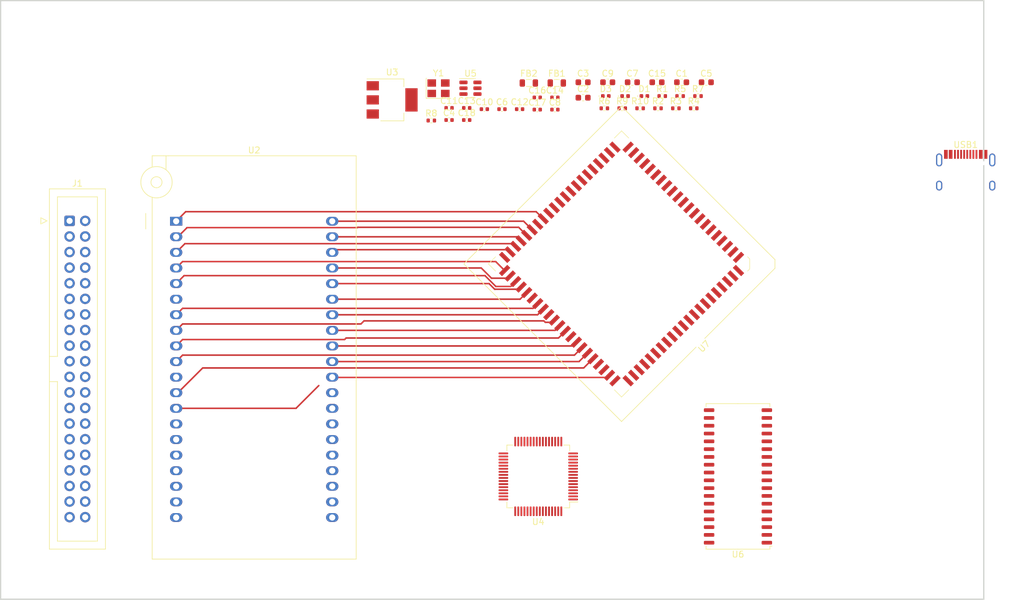
<source format=kicad_pcb>
(kicad_pcb (version 20211014) (generator pcbnew)

  (general
    (thickness 4.69)
  )

  (paper "A4")
  (layers
    (0 "F.Cu" signal)
    (1 "In1.Cu" signal)
    (2 "In2.Cu" signal)
    (31 "B.Cu" signal)
    (32 "B.Adhes" user "B.Adhesive")
    (33 "F.Adhes" user "F.Adhesive")
    (34 "B.Paste" user)
    (35 "F.Paste" user)
    (36 "B.SilkS" user "B.Silkscreen")
    (37 "F.SilkS" user "F.Silkscreen")
    (38 "B.Mask" user)
    (39 "F.Mask" user)
    (40 "Dwgs.User" user "User.Drawings")
    (41 "Cmts.User" user "User.Comments")
    (42 "Eco1.User" user "User.Eco1")
    (43 "Eco2.User" user "User.Eco2")
    (44 "Edge.Cuts" user)
    (45 "Margin" user)
    (46 "B.CrtYd" user "B.Courtyard")
    (47 "F.CrtYd" user "F.Courtyard")
    (48 "B.Fab" user)
    (49 "F.Fab" user)
    (50 "User.1" user)
    (51 "User.2" user)
    (52 "User.3" user)
    (53 "User.4" user)
    (54 "User.5" user)
    (55 "User.6" user)
    (56 "User.7" user)
    (57 "User.8" user)
    (58 "User.9" user)
  )

  (setup
    (stackup
      (layer "F.SilkS" (type "Top Silk Screen"))
      (layer "F.Paste" (type "Top Solder Paste"))
      (layer "F.Mask" (type "Top Solder Mask") (thickness 0.01))
      (layer "F.Cu" (type "copper") (thickness 0.035))
      (layer "dielectric 1" (type "core") (thickness 1.51) (material "FR4") (epsilon_r 4.5) (loss_tangent 0.02))
      (layer "In1.Cu" (type "copper") (thickness 0.035))
      (layer "dielectric 2" (type "prepreg") (thickness 1.51) (material "FR4") (epsilon_r 4.5) (loss_tangent 0.02))
      (layer "In2.Cu" (type "copper") (thickness 0.035))
      (layer "dielectric 3" (type "core") (thickness 1.51) (material "FR4") (epsilon_r 4.5) (loss_tangent 0.02))
      (layer "B.Cu" (type "copper") (thickness 0.035))
      (layer "B.Mask" (type "Bottom Solder Mask") (thickness 0.01))
      (layer "B.Paste" (type "Bottom Solder Paste"))
      (layer "B.SilkS" (type "Bottom Silk Screen"))
      (copper_finish "None")
      (dielectric_constraints no)
    )
    (pad_to_mask_clearance 0)
    (pcbplotparams
      (layerselection 0x00010fc_ffffffff)
      (disableapertmacros false)
      (usegerberextensions false)
      (usegerberattributes true)
      (usegerberadvancedattributes true)
      (creategerberjobfile true)
      (svguseinch false)
      (svgprecision 6)
      (excludeedgelayer true)
      (plotframeref false)
      (viasonmask false)
      (mode 1)
      (useauxorigin false)
      (hpglpennumber 1)
      (hpglpenspeed 20)
      (hpglpendiameter 15.000000)
      (dxfpolygonmode true)
      (dxfimperialunits true)
      (dxfusepcbnewfont true)
      (psnegative false)
      (psa4output false)
      (plotreference true)
      (plotvalue true)
      (plotinvisibletext false)
      (sketchpadsonfab false)
      (subtractmaskfromsilk false)
      (outputformat 1)
      (mirror false)
      (drillshape 1)
      (scaleselection 1)
      (outputdirectory "")
    )
  )

  (net 0 "")
  (net 1 "GND")
  (net 2 "+3V3")
  (net 3 "/OSCI")
  (net 4 "/OSCO")
  (net 5 "Net-(C7-Pad1)")
  (net 6 "Net-(C10-Pad1)")
  (net 7 "Net-(D1-Pad2)")
  (net 8 "/FT_nRXLED")
  (net 9 "Net-(D2-Pad2)")
  (net 10 "/FT_nTXLED")
  (net 11 "Net-(D3-Pad2)")
  (net 12 "Net-(R2-Pad1)")
  (net 13 "Net-(R3-Pad1)")
  (net 14 "/EE_CLK")
  (net 15 "Net-(R4-Pad1)")
  (net 16 "Net-(R5-Pad1)")
  (net 17 "Net-(R6-Pad1)")
  (net 18 "Net-(R7-Pad2)")
  (net 19 "Net-(R8-Pad2)")
  (net 20 "/A11")
  (net 21 "/A12")
  (net 22 "/A13")
  (net 23 "/A14")
  (net 24 "/A15")
  (net 25 "/A0")
  (net 26 "/A1")
  (net 27 "/A2")
  (net 28 "/A3")
  (net 29 "/A4")
  (net 30 "/A5")
  (net 31 "/A6")
  (net 32 "/A7")
  (net 33 "/A8")
  (net 34 "/A9")
  (net 35 "/A10")
  (net 36 "/D4")
  (net 37 "/D3")
  (net 38 "/D5")
  (net 39 "/D6")
  (net 40 "/D2")
  (net 41 "/D7")
  (net 42 "/D0")
  (net 43 "/D1")
  (net 44 "USB_DM")
  (net 45 "USB_DP")
  (net 46 "unconnected-(U4-Pad36)")
  (net 47 "unconnected-(U4-Pad48)")
  (net 48 "unconnected-(U4-Pad52)")
  (net 49 "unconnected-(U4-Pad53)")
  (net 50 "unconnected-(U4-Pad57)")
  (net 51 "unconnected-(U4-Pad58)")
  (net 52 "unconnected-(U4-Pad59)")
  (net 53 "unconnected-(U4-Pad60)")
  (net 54 "Net-(U5-Pad4)")
  (net 55 "Net-(F1-Pad2)")
  (net 56 "Net-(U5-Pad6)")
  (net 57 "unconnected-(U7-Pad14)")
  (net 58 "unconnected-(U7-Pad37)")
  (net 59 "+5V")
  (net 60 "/~{Z_CLK_1}")
  (net 61 "/~{Z_NMI_1}")
  (net 62 "/~{Z_MREQ_1}")
  (net 63 "/~{Z_BUSACK_1}")
  (net 64 "/~{Z_BUSRQ_1}")
  (net 65 "/~{Z_CLK_2}")
  (net 66 "/~{Z_NMI_2}")
  (net 67 "/~{Z_MREQ_2}")
  (net 68 "/~{Z_BUSACK_2}")
  (net 69 "/~{Z_BUSRQ_2}")
  (net 70 "/MD0")
  (net 71 "/MD1")
  (net 72 "/MD2")
  (net 73 "/MD3")
  (net 74 "unconnected-(U7-Pad62)")
  (net 75 "/MD4")
  (net 76 "/MD5")
  (net 77 "/MD6")
  (net 78 "/MD7")
  (net 79 "/A16")
  (net 80 "unconnected-(USB1-Pad3)")
  (net 81 "unconnected-(USB1-Pad9)")
  (net 82 "unconnected-(USB1-Pad13)")
  (net 83 "unconnected-(U7-Pad71)")
  (net 84 "/~{INT}")
  (net 85 "/~{HALT}")
  (net 86 "/~{IORQ}")
  (net 87 "/~{RD}")
  (net 88 "/~{WR}")
  (net 89 "/~{WAIT}")
  (net 90 "/~{RESET}")
  (net 91 "/~{M1}")
  (net 92 "/~{RFSH}")
  (net 93 "unconnected-(U7-Pad84)")
  (net 94 "unconnected-(U4-Pad54)")
  (net 95 "unconnected-(U4-Pad55)")
  (net 96 "unconnected-(U7-Pad81)")
  (net 97 "+1V8")
  (net 98 "unconnected-(U7-Pad1)")
  (net 99 "unconnected-(U7-Pad12)")
  (net 100 "unconnected-(U7-Pad23)")
  (net 101 "unconnected-(U7-Pad36)")
  (net 102 "/~{M_CE}")
  (net 103 "/~{M_WE}")
  (net 104 "/~{M_OE}")
  (net 105 "/EE_CS")
  (net 106 "/EE_DATA")

  (footprint "Resistor_SMD:R_0402_1005Metric" (layer "F.Cu") (at 197.804 55.04))

  (footprint "Capacitor_SMD:C_0402_1005Metric" (layer "F.Cu") (at 157.984 54.98))

  (footprint "LED_SMD:LED_0402_1005Metric" (layer "F.Cu") (at 189.769 53.05))

  (footprint "Connector_IDC:IDC-Header_2x20_P2.54mm_Vertical" (layer "F.Cu") (at 96.225 73.375))

  (footprint "Capacitor_SMD:C_0603_1608Metric" (layer "F.Cu") (at 199.844 50.8))

  (footprint "Resistor_SMD:R_0402_1005Metric" (layer "F.Cu") (at 155.094 57.03))

  (footprint "Capacitor_SMD:C_0402_1005Metric" (layer "F.Cu") (at 157.984 56.95))

  (footprint "Package_TO_SOT_SMD:SOT-223-3_TabPin2" (layer "F.Cu") (at 148.714 53.67))

  (footprint "Capacitor_SMD:C_0402_1005Metric" (layer "F.Cu") (at 160.854 56.95))

  (footprint "Capacitor_SMD:C_0402_1005Metric" (layer "F.Cu") (at 172.334 53.28))

  (footprint "Capacitor_SMD:C_0603_1608Metric" (layer "F.Cu") (at 183.804 50.8))

  (footprint "Capacitor_SMD:C_0603_1608Metric" (layer "F.Cu") (at 187.814 50.8))

  (footprint "Inductor_SMD:L_0805_2012Metric" (layer "F.Cu") (at 175.514 50.92))

  (footprint "Resistor_SMD:R_0402_1005Metric" (layer "F.Cu") (at 191.984 55.04))

  (footprint "Package_SO:SOJ-36_10.16x23.49mm_P1.27mm" (layer "F.Cu") (at 205 115 180))

  (footprint "Package_QFP:LQFP-64_10x10mm_P0.5mm" (layer "F.Cu") (at 172.5 115 180))

  (footprint "Capacitor_SMD:C_0402_1005Metric" (layer "F.Cu") (at 169.464 55.18))

  (footprint "Capacitor_SMD:C_0402_1005Metric" (layer "F.Cu") (at 166.594 55.18))

  (footprint "Socket:DIP_Socket-40_W22.1_W22.86_W25.4_W27.94_W28.7_3M_240-3639-00-0602J" (layer "F.Cu") (at 113.569 73.43))

  (footprint "LED_SMD:LED_0402_1005Metric" (layer "F.Cu") (at 183.489 53.05))

  (footprint "Capacitor_SMD:C_0402_1005Metric" (layer "F.Cu") (at 163.724 55.18))

  (footprint "Inductor_SMD:L_0805_2012Metric" (layer "F.Cu") (at 170.964 50.92))

  (footprint "Resistor_SMD:R_0402_1005Metric" (layer "F.Cu") (at 192.674 53.05))

  (footprint "Capacitor_SMD:C_0402_1005Metric" (layer "F.Cu") (at 172.334 55.25))

  (footprint "Package_TO_SOT_SMD:SOT-23-6" (layer "F.Cu") (at 161.464 51.77))

  (footprint "Capacitor_SMD:C_0402_1005Metric" (layer "F.Cu") (at 160.854 54.98))

  (footprint "LED_SMD:LED_0402_1005Metric" (layer "F.Cu") (at 186.629 53.05))

  (footprint "Resistor_SMD:R_0402_1005Metric" (layer "F.Cu") (at 195.584 53.05))

  (footprint "Resistor_SMD:R_0402_1005Metric" (layer "F.Cu") (at 189.074 55.04))

  (footprint "Capacitor_SMD:C_0402_1005Metric" (layer "F.Cu") (at 175.204 55.25))

  (footprint "Capacitor_SMD:C_0603_1608Metric" (layer "F.Cu") (at 191.824 50.8))

  (footprint "Resistor_SMD:R_0402_1005Metric" (layer "F.Cu") (at 194.894 55.04))

  (footprint "Resistor_SMD:R_0402_1005Metric" (layer "F.Cu") (at 198.494 53.05))

  (footprint "Capacitor_SMD:C_0402_1005Metric" (layer "F.Cu") (at 175.204 53.28))

  (footprint "Capacitor_SMD:C_0603_1608Metric" (layer "F.Cu") (at 195.834 50.8))

  (footprint "sm6uax:HRO-TYPE-C-31-M-12" (layer "F.Cu") (at 242.062 70.231))

  (footprint "Crystal:Crystal_SMD_3225-4Pin_3.2x2.5mm" (layer "F.Cu") (at 156.264 51.77))

  (footprint "Capacitor_SMD:C_0603_1608Metric" (layer "F.Cu") (at 179.794 53.31))

  (footprint "Resistor_SMD:R_0402_1005Metric" (layer "F.Cu") (at 186.164 55.04))

  (footprint "Resistor_SMD:R_0402_1005Metric" (layer "F.Cu") (at 183.254 55.04))

  (footprint "Package_LCC:PLCC-84_SMD-Socket" (layer "F.Cu")
    (tedit 5A02ECC8) (tstamp f6ce80ee-e3a4-4d9d-b646-26562b88ae95)
    (at 186.055 80.391 -135)
    (descr "PLCC, 84 pins, surface mount")
    (tags "plcc smt")
    (property "MANUFACTURER" "Microchip")
    (property "Sheetfile" "File: Z80ICE.kicad_sch")
    (property "Sheetname" "")
    (path "/d01cfa5a-bf72-4cdd-9fb9-741f9ede43bb")
    (attr smd)
    (fp_text reference "U7" (at 0 -19 45) (layer "F.SilkS")
      (effects (font (size 1 1) (thickness 0.15)))
      (tstamp c130dbdb-6dc0-42dc-a126-1c26347e64a6)
    )
    (fp_text value "ATF1508ASL-25AU100" (at 0 19 45) (layer "F.Fab")
      (effects (font (size 1 1) (thickness 0.15)))
      (tstamp f3dac156-513d-4787-bfd4-fa262255847b)
    )
    (fp_text user "${REFERENCE}" (at 0 0 45) (layer "F.Fab")
      (effects (font (size 1 1) (thickness 0.15)))
      (tstamp ca065f69-9b86-47f9-900f-f4a7bf93f754)
    )
    (fp_line (start -14.175 -15.325) (end -15.325 -14.175) (layer "F.SilkS") (width 0.1) (tstamp 00525909-08a1-4659-93db-9c6fc9c37c9f))
    (fp_line (start -15.325 -14.175) (end -15.325 -13.675) (layer "F.SilkS") (width 0.1) (tstamp 08ea24e1-e85f-4852-8705-38edbb3d8252))
    (fp_line (start 18.15 -18.15) (end 1 -18.15) (layer "F.SilkS") (width 0.12) (tstamp 126debea-4f0f-4684-ad03-132aea8ad2bd))
    (fp_line (start -1 -18.15) (end -17.15 -18.15) (layer "F.SilkS") (width 0.12) (tstamp 1c2733a0-b7c2-4c19-934b-fdc1605e9945))
    (fp_line (start 15.325 -15.325) (end 15.325 -13.675) (layer "F.SilkS") (width 0.1) (tstamp 53a523f1-7a8a-4d44-a7f5-03c5a657d8a4))
    (fp_line (start 13.675 -15.325) (end 15.325 -15.325) (layer "F.SilkS") (width 0.1) (tstamp 6cde9f8b-5853-4d88-8da5-154c9f6422dc))
    (fp_line (start -18.15 18.15) (end 18.15 18.15) (layer "F.SilkS") (width 0.12) (tstamp 8105732b-30d5-470f-b445-6d106e4cad68))
    (fp_line (start -13.675 -15.325) (end -14.175 -15.325) (layer "F.SilkS") (width 0.1) (tstamp 8274a9e4-0662-4322-aad0-82e111d029ed))
    (fp_line (start -13.675 15.325) (end -15.325 15.325) (layer "F.SilkS") (width 0.1) (tstamp 85c4ed3c-5ecf-4166-a0cf-2130938b044d))
    (fp_line (start -15.325 15.325) (end -15.325 13.675) (layer "F.SilkS") (width 0.1) (tstamp c1dbeb90-81b1-4041-a5da-f17134bfb426))
    (fp_line (start -18.15 -17.15) (end -18.15 18.15) (layer "F.SilkS") (width 0.12) (tstamp dcc5c27f-af94-4dc5-bb82-448200a8c51e))
    (fp_line (start 13.675 15.325) (end 15.325 15.325) (layer "F.SilkS") (width 0.1) (tstamp f3d2e238-3902-418d-ad62-2cdc4df70b28))
    (fp_line (start 18.15 18.15) (end 18.15 -18.15) (layer "F.SilkS") (width 0.12) (tstamp f7c4e0bd-02fa-4b1d-b646-818ce7a1ccf5))
    (fp_line (start -17.15 -18.15) (end -18.15 -17.15) (layer "F.SilkS") (width 0.12) (tstamp f873c2a5-6a9c-4a55-b040-3837b70c5d2d))
    (fp_line (start 15.325 15.325) (end 15.325 13.675) (layer "F.SilkS") (width 0.1) (tstamp f99cf172-76c0-470c-a494-2db2c278f13c))
    (fp_line (start 18.5 -18.5) (end -18.5 -18.5) (layer "F.CrtYd") (width 0.05) (tstamp 62227ac4-85e0-421a-9acc-e782dc78fdc9))
    (fp_line (start 18.5 18.5) (end 18.5 -18.5) (layer "F.CrtYd") (width 0.05) (tstamp 6fa6a631-35e3-4426-8e01-9916993dec77))
    (fp_line (start -18.5 18.5) (end 18.5 18.5) (layer "F.CrtYd") (width 0.05) (tstamp 7258f842-336f-48dd-81c1-ebf878ef9a3a))
    (fp_line (start -18.5 -18.5) (end -18.5 18.5) (layer "F.CrtYd") (width 0.05) (tstamp e44d75d6-a7b0-46e2-874d-8cb06d17846b))
    (fp_line (start -16.73 16.73) (end 16.73 16.73) (layer "F.Fab") (width 0.1) (tstamp 06555a6b-b2ac-464e-9909-140b44920d4f))
    (fp_line (start -18 18) (end 18 18) (layer "F.Fab") (width 0.1) (tstamp 0ac35abd-f6c7-454a-8d88-ebdb1307fec7))
    (fp_line (start -18 -17) (end -18 18) (layer "F.Fab") (width 0.1) (tstamp 336567ab-a14d-4094-a2ec-efe4548a06b1))
    (fp_line (start -15.175 -14.175) (end -15.175 15.175) (layer "F.Fab") (width 0.1) (tstamp 372261b5-3d41-410d-a104-f0edb75dafd9))
    (fp_line (start 16.73 16.73) (end 16.73 -16.73) (layer "F.Fab") (width 0.1) (tstamp 3fe4de9b-9061-4dad-a567-4ce231745b92))
    (fp_line (start 16.73 -16.73) (end -16.73 -16.73) (layer "F.Fab") (width 0.1) (tstamp 535814a8-ad73-468d-a1f3-4a85fc8130fc))
    (fp_line (start 15.175 -15.175) (end -14.175 -15.175) (layer "F.Fab") (width 0.1) (tstamp 53ce35db-3ae4-47ca-a765-822df74345f5))
    (fp_line (start -17 -18) (end -18 -17) (layer "F.Fab") (width 0.1) (tstamp 607ff64f-f9c9-4b2e-9b18-9bc70e109a46))
    (fp_line (start -0.5 -18) (end 0 -17) (layer "F.Fab") (width 0.1) (tstamp 7776d962-19d2-44ae-8198-168abe6e78f5))
    (fp_line (start -14.175 -15.175) (end -15.175 -14.175) (layer "F.Fab") (width 0.1) (tstamp 80edf9a1-24be-4321-bc4c-527a79f9a253))
    (fp_line (start 18 -18) (end -17 -18) (layer "F.Fab") (width 0.1) (tstamp 88e583ab-f422-465c-b8fa-44f4bf8ba910))
    (fp_line (start 18 18) (end 18 -18) (layer "F.Fab") (width 0.1) (tstamp acbf0ef0-f2a4-4397-b847-1942abc0e995))
    (fp_line (start 15.175 15.175) (end 15.175 -15.175) (layer "F.Fab") (width 0.1) (tstamp b540fb5d-2488-4adc-84c9-7a394584d16a))
    (fp_line (start -16.73 -16.73) (end -16.73 16.73) (layer "F.Fab") (width 0.1) (tstamp dfa6729b-30e0-45dc-a073-efefea1a3527))
    (fp_line (start -15.175 15.175) (end 15.175 15.175) (layer "F.Fab") (width 0.1) (tstamp e7440f7e-a7e5-4f8c-8ad9-0d429a3c1edd))
    (fp_line (start 0 -17) (end 0.5 -18) (layer "F.Fab") (width 0.1) (tstamp f37c88c1-5516-402c-995e-f38c635ae5ff))
    (pad "1" smd rect (at 0 -14.2125 225) (size 0.7 1.925) (layers "F.Cu" "F.Paste" "F.Mask")
      (net 98 "unconnected-(U7-Pad1)") (pinfunction "I/1/GCLR") (pintype "bidirectional") (tstamp af061e56-1bfc-48bb-a351-21f33ee18535))
    (pad "2" smd rect (at -1.27 -14.2125 225) (size 0.7 1.925) (layers "F.Cu" "F.Paste" "F.Mask")
      (net 65 "/~{Z_CLK_2}") (pinfunction "I/2/OE2/GCLK2") (pintype "bidirectional") (tstamp d0778dd8-f677-4d7e-9ce7-7e5cba57dff3))
    (pad "3" smd rect (at -2.54 -14.2125 225) (size 0.7 1.925) (layers "F.Cu" "F.Paste" "F.Mask")
      (net 59 "+5V") (pinfunction "VCCINT") (pintype "power_in") (tstamp 8ebfed92-5b06-4d88-a9b4-2abb3c6361c5))
    (pad "4" smd rect (at -3.81 -14.2125 225) (size 0.7 1.925) (layers "F.Cu" "F.Paste" "F.Mask")
      (net 60 "/~{Z_CLK_1}") (pinfunction "I/O/4") (pintype "bidirectional") (tstamp 6dbc645d-faa6-46fb-bc08-3aaa0ab54088))
    (pad "5" smd rect (at -5.08 -14.2125 225) (size 0.7 1.925) (layers "F.Cu" "F.Paste" "F.Mask")
      (net 61 "/~{Z_NMI_1}") (pinfunction "I/O/5") (pintype "bidirectional") (tstamp e77e3af2-396b-4bb6-8ad4-bd1de0c89a5b))
    (pad "6" smd rect (at -6.35 -14.2125 225) (size 0.7 1.925) (layers "F.Cu" "F.Paste" "F.Mask")
      (net 91 "/~{M1}") (pinfunction "I/O/6") (pintype "bidirectional") (tstamp 0982b255-f6db-4d70-ae9d-ae96b456c465))
    (pad "7" smd rect (at -7.62 -14.2125 225) (size 0.7 1.925) (layers "F.Cu" "F.Paste" "F.Mask")
      (net 1 "GND") (pinfunction "GND") (pintype "power_in") (tstamp 63a0d6a6-6848-4506-95ed-be6345d26c74))
    (pad "8" smd rect (at -8.89 -14.2125 225) (size 0.7 1.925) (layers "F.Cu" "F.Paste" "F.Mask")
      (net 92 "/~{RFSH}") (pinfunction "I/O/8") (pintype "bidirectional") (tstamp e492fa6e-c25f-429f-ad06-2549384c07a0))
    (pad "9" smd rect (at -10.16 -14.2125 225) (size 0.7 1.925) (layers "F.Cu" "F.Paste" "F.Mask")
      (net 89 "/~{WAIT}") (pinfunction "I/O/9") (pintype "bidirectional") (tstamp 1e3178bc-a52a-4e22-adb3-169abb8f149b))
    (pad "10" smd rect (at -11.43 -14.2125 225) (size 0.7 1.925) (layers "F.Cu" "F.Paste" "F.Mask")
      (net 85 "/~{HALT}") (pinfunction "I/O/10") (pintype "bidirectional") (tstamp d0cb7085-39e3-4c19-b75b-08b41ad5fe04))
    (pad "11" smd rect (at -12.7 -14.2125 225) (size 0.7 1.925) (layers "F.Cu" "F.Paste" "F.Mask")
      (net 87 "/~{RD}") (pinfunction "I/O/11") (pintype "bidirectional") (tstamp afed2ab1-5a3d-405b-8601-0656d90fb56a))
    (pad "12" smd rect (at -14.2125 -12.7 225) (size 1.925 0.7) (layers "F.Cu" "F.Paste" "F.Mask")
      (net 99 "unconnected-(U7-Pad12)") (pinfunction "I/O/12/PD1") (pintype "bidirectional") (tstamp 2fbd7805-5469-4a21-a44b-f5b145f07f5c))
    (pad "13" smd rect (at -14.2125 -11.43 225) (size 1.925 0.7) (layers "F.Cu" "F.Paste" "F.Mask")
      (net 59 "+5V") (pinfunction "VCCIO") (pintype "power_in") (tstamp ebaa9eee-b484-4d97-93a6-41e3a2516847))
    (pad "14" smd rect (at -14.2125 -10.16 225) (size 1.925 0.7) (layers "F.Cu" "F.Paste" "F.Mask")
      (net 57 "unconnected-(U7-Pad14)") (pinfunction "I/O/14/TDI") (pintype "bidirectional") (tstamp 83fb191d-0ac7-4875-a573-e95de4beafaf))
    (pad "15" smd rect (at -14.2125 -8.89 225) (size 1.925 0.7) (layers "F.Cu" "F.Paste" "F.Mask")
      (net 90 "/~{RESET}") (pinfunction "I/O/15") (pintype "bidirectional") (tstamp a2187c4e-dc19-4c47-8281-4276d107df15))
    (pad "16" smd rect (at -14.2125 -7.62 225) (size 1.925 0.7) (layers "F.Cu" "F.Paste" "F.Mask")
      (net 62 "/~{Z_MREQ_1}") (pinfunction "I/O/16") (pintype "bidirectional") (tstamp 560ec3f4-cbff-410a-88eb-6635963bdb62))
    (pad "17" smd rect (at -14.2125 -6.35 225) (size 1.925 0.7) (layers "F.Cu" "F.Paste" "F.Mask")
      (net 63 "/~{Z_BUSACK_1}") (pinfunction "I/O/17") (pintype "bidirectional") (tstamp 56ba3e97-ecf6-45ac-946d-22b77ec38713))
    (pad "18" smd rect (at -14.2125 -5.08 225) (size 1.925 0.7) (layers "F.Cu" "F.Paste" "F.Mask")
      (net 66 "/~{Z_NMI_2}") (pinfunction "I/O/18") (pintype "bidirectional") (tstamp 0bbc182e-a53f-484b-902d-9562dd6ec97f))
    (pad "19" smd rect (at -14.2125 -3.81 225) (size 1.925 0.7) (layers "F.Cu" "F.Paste" "F.Mask")
      (net 1 "GND") (pinfunction "GND") (pintype "power_in") (tstamp 20087f07-cd80-4b70-afa2-ec205e3015c9))
    (pad "20" smd rect (at -14.2125 -2.54 225) (size 1.925 0.7) (layers "F.Cu" "F.Paste" "F.Mask")
      (net 84 "/~{INT}") (pinfunction "I/O/20") (pintype "bidirectional") (tstamp bd187dfc-4055-4249-8bf0-a86081fefd77))
    (pad "21" smd rect (at -14.2125 -1.27 225) (size 1.925 0.7) (layers "F.Cu" "F.Paste" "F.Mask")
      (net 64 "/~{Z_BUSRQ_1}") (pinfunction "I/O/21") (pintype "bidirectional") (tstamp 21f26630-6b84-46c5-9734-48b53bfe9d69))
    (pad "22" smd rect (at -14.2125 0 225) (size 1.925 0.7) (layers "F.Cu" "F.Paste" "F.Mask")
      (net 88 "/~{WR}") (pinfunction "I/O/22") (pintype "bidirectional") (tstamp b9eed9a3-958b-4d7f-b43c-6ab6a0855c76))
    (pad "23" smd rect (at -14.2125 1.27 225) (size 1.925 0.7) (layers "F.Cu" "F.Paste" "F.Mask")
      (net 100 "unconnected-(U7-Pad23)") (pinfunction "I/O/23/TMS") (pintype "bidirectional") (tstamp 6611845b-5ae9-434c-8dbd-9cbd7b95bfbf))
    (pad "24" smd rect (at -14.2125 2.54 225) (size 1.925 0.7) (layers "F.Cu" "F.Paste" "F.Mask")
      (net 70 "/MD0") (pinfunction "I/O/24") (pintype "bidirectional") (tstamp b8640426-55dd-4143-ac3c-f2b43eb5fd85))
    (pad "25" smd rect (at -14.2125 3.81 225) (size 1.925 0.7) (layers "F.Cu" "F.Paste" "F.Mask")
      (net 71 "/MD1") (pinfunction "I/O/25") (pintype "bidirectional") (tstamp c12d9359-11b4-4054-a82b-7998e7bf29a8))
    (pad "26" smd rect (at -14.2125 5.08 225) (size 1.925 0.7) (layers "F.Cu" "F.Paste" "F.Mask")
      (net 59 "+5V") (pinfunction "VCCIO") (pintype "power_in") (tstamp b53935be-5b4d-4165-bf67-dae79820b3fd))
    (pad "27" smd rect (at -14.2125 6.35 225) (size 1.925 0.7) (layers "F.Cu" "F.Paste" "F.Mask")
      (net 72 "/MD2") (pinfunction "I/O/27") (pintype "bidirectional") (tstamp 5685c2cb-b3b7-4f09-a53f-db9367727646))
    (pad "28" smd rect (at -14.2125 7.62 225) (size 1.925 0.7) (layers "F.Cu" "F.Paste" "F.Mask")
      (net 73 "/MD3") (pinfunction "I/O/28") (pintype "bidirectional") (tstamp ff5f5f24-4be9-4062-a507-5f8eaf135966))
    (pad "29" smd rect (at -14.2125 8.89 225) (size 1.925 0.7) (layers "F.Cu" "F.Paste" "F.Mask")
      (net 75 "/MD4") (pinfunction "I/O/29") (pintype "bidirectional") (tstamp edd04752-5f8c-492d-a839-ea40f9a7b937))
    (pad "30" smd rect (at -14.2125 10.16 225) (size 1.925 0.7) (layers "F.Cu" "F.Paste" "F.Mask")
      (net 76 "/MD5") (pinfunction "I/O/30") (pintype "bidirectional") (tstamp 0b679113-bb32-4c12-9273-3916dd6fe54f))
    (pad "31" smd rect (at -14.2125 11.43 225) (size 1.925 0.7) (layers "F.Cu" "F.Paste" "F.Mask")
      (net 77 "/MD6") (pinfunction "I/O/31") (pintype "bidirectional") (tstamp df191485-78ca-4aed-8c6b-4c8c2b9f1bba))
    (pad "32" smd rect (at -14.2125 12.7 225) (size 1.925 0.7) (layers "F.Cu" "F.Paste" "F.Mask")
      (net 1 "GND") (pinfunction "GND") (pintype "power_in") (tstamp 9ad9f502-df80-4635-bca0-0e70b1e02c26))
    (pad "33" smd rect (at -12.7 14.2125 225) (size 0.7 1.925) (layers "F.Cu" "F.Paste" "F.Mask")
      (net 78 "/MD7") (pinfunction "I/O/33") (pintype "bidirectional") (tstamp cc6f3611-e20e-46d4-a23c-53691a31395c))
    (pad "34" smd rect (at -11.43 14.2125 225) (size 0.7 1.925) (layers "F.Cu" "F.Paste" "F.Mask")
      (net 67 "/~{Z_MREQ_2}") (pinfunction "I/O/34") (pintype "bidirectional") (tstamp c7948ef7-eb35-4347-bad8-edd777525cb3))
    (pad "35" smd rect (at -10.16 14.2125 225) (size 0.7 1.925) (layers "F.Cu" "F.Paste" "F.Mask")
      (net 102 "/~{M_CE}") (pinfunction "I/O/35") (pintype "bidirectional") (tstamp f4c730c9-b2dd-4dac-9003-811738faa330))
    (pad "36" smd rect (at -8.89 14.2125 225) (size 0.7 1.925) (layers "F.Cu" "F.Paste" "F.Mask")
      (net 101 "unconnected-(U7-Pad36)") (pinfunction "I/O/36") (pintype "bidirectional") (tstamp 19bf2a39-de76-4d10-ba94-13ecabd9770e))
    (pad "37" smd rect (at -7.62 14.2125 225) (size 0.7 1.925) (layers "F.Cu" "F.Paste" "F.Mask")
      (net 58 "unconnected-(U7-Pad37)") (pinfunction "I/O/37") (pintype "bidirectional") (tstamp a0a0e06d-1321-4fc4-aaa3-a24d4b1e5c98))
    (pad "38" smd rect (at -6.35 14.2125 225) (size 0.7 1.925) (layers "F.Cu" "F.Paste" "F.Mask")
      (net 59 "+5V") (pinfunction "VCCIO") (pintype "power_in") (tstamp 547b58d9-4c11-4a8d-869f-eab316675a3d))
    (pad "39" smd rect (at -5.08 14.2125 225) (size 0.7 1.925) (layers "F.Cu" "F.Paste" "F.Mask")
      (net 86 "/~{IORQ}") (pinfunction "I/O/39") (pintype "bidirectional") (tstamp af2c5d06-dbf6-4e4a-89e9-f8f5a0e64b3b))
    (pad "40" smd rect (at -3.81 14.2125 225) (size 0.7 1.925) (layers "F.Cu" "F.Paste" "F.Mask")
      (net 69 "/~{Z_BUSRQ_2}") (pinfunction "I/O/40") (pintype "bidirectional") (tstamp ba9a0e8c-d3e3-4734-86a6-c4b8ae63d26e))
    (pad "41" smd rect (at -2.54 14.2125 225) (size 0.7 1.925) (layers "F.Cu" "F.Paste" "F.Mask")
      (net 68 "/~{Z_BUSACK_2}") (pinfunction "I/O/41") (pintype "bidirectional") (tstamp da051780-cf91-4619-a2df-bab7fce2efd5))
    (pad "42" smd rect (at -1.27 14.2125 225) (size 0.7 1.925) (layers "F.Cu" "F.Paste" "F.Mask")
      (net 1 "GND") (pinfunction "GND") (pintype "power_in") (tstamp f7fab650-52ee-4335-9bcd-12e239ce970b))
    (pad "43" smd rect (at 0 14.2125 225) (size 0.7 1.925) (layers "F.Cu" "F.Paste" "F.Mask")
      (net 59 "+5V") (pinfunction "VCCINT") (pintype "power_in") (tstamp 6a2c6405-11af-4172-8293-bd22d6a1e5f0))
    (pad "44" smd rect (at 1.27 14.2125 225) (size 0.7 1.925) (layers "F.Cu" "F.Paste" "F.Mask")
      (net 105 "/EE_CS") (pinfunction "I/O/44") (pintype "bidirectional") (tstamp ae915f4f-d678-463d-bcfc-b8cdca8ce1ea))
    (pad "45" smd rect (at 2.54 14.2125 225) (size 0.7 1.925) (layers "F.Cu" "F.Paste" "F.Mask")
      (net 106 "/EE_DATA") (pinfunction "I/O/45/PD2") (pintype "bidirectional") (tstamp a2d5782b-bfbd-479d-aff1-9a564622ecdf))
    (pad "46" smd rect (at 3.81 14.2125 225) (size 0.7 1.925) (layers "F.Cu" "F.Paste" "F.Mask")
      (net 20 "/A11") (pinfunction "I/O/46") (pintype "bidirectional") (tstamp a2145838-851e-4efe-bda5-a9b058b7406e))
    (pad "47" smd rect (at 5.08 14.2125 225) (size 0.7 1.925) (layers "F.Cu" "F.Paste" "F.Mask")
      (net 1 "GND") (pinfunction "GND") (pintype "power_in") (tstamp e9d69c85-1a56-4f24-987c-90020cd7dab2))
    (pad "48" smd rect (at 6.35 14.2125 225) (size 0.7 1.925) (layers "F.Cu" "F.Paste" "F.Mask")
      (net 35 "/A10") (pinfunction "I/O/48") (pintype "bidirectional") (tstamp 536c4168-6fea-46bc-aa75-28fee632296a))
    (pad "49" smd rect (at 7.62 14.2125 225) (size 0.7 1.925) (layers "F.Cu" "F.Paste" "F.Mask")
      (net 21 "/A12") (pinfunction "I/O/49") (pintype "bidirectional") (tstamp d9cdac11-95c6-43de-ae24-9c6de0065130))
    (pad "50" smd rect (at 8.89 14.2125 225) (size 0.7 1.925) (layers "F.Cu" "F.Paste" "F.Mask")
      (net 34 "/A9") (pinfunction "I/O/50") (pintype "bidirectional") (tstamp 5f6516d3-1a32-4b30-a820-b32ba5bc908d))
    (pad "51" smd rect (at 10.16 14.2125 225) (size 0.7 1.925) (layers "F.Cu" "F.Paste" "F.Mask")
      (net 22 "/A13") (pinfunction "I/O/51") (pintype "bidirectional") (tstamp 92525011-e639-442f-bc53-bd6e2eb71509))
    (pad "52" smd rect (at 11.43 14.2125 225) (size 0.7 1.925) (layers "F.Cu" "F.Paste" "F.Mask")
      (net 33 "/A8") (pinfunction "I/O/52") (pintype "bidirectional") (tstamp 03d61f89-8099-47f0-9c18-1ab797cee760))
    (pad "53" smd rect (at 12.7 14.2125 225) (size 0.7 1.925) (layers "F.Cu" "F.Paste" "F.Mask")
      (net 59 "+5V") (pinfunction "VCCIO") (pintype "power_in") (tstamp cfbef5e5-fad0-4e9d-bf7b-07a15326f811))
    (pad "54" smd rect (at 14.2125 12.7 225) (size 1.925 0.7) (layers "F.Cu" "F.Paste" "F.Mask")
      (net 23 "/A14") (pinfunction "I/O/54") (pintype "bidirectional") (tstamp 463a234f-0a56-4b7f-bb31-d05e4e915e87))
    (pad "55" smd rect (at 14.2125 11.43 225) (size 1.925 0.7) (layers "F.Cu" "F.Paste" "F.Mask")
      (net 32 "/A7") (pinfunction "I/O/55") (pintype "bidirectional") (tstamp bb9317ef-41b0-46c3-9dc6-f13fe6bf70ca))
    (pad "56" smd rect (at 14.2125 10.16 225) (size 1.925 0.7) (layers "F.Cu" "F.Paste" "F.Mask")
      (net 24 "/A15") (pinfunction "I/O/56") (pintype "bidirectional") (tstamp 1f0c1848-6564-4f15-9a5e-064d6d16aeb8))
    (pad "57" smd rect (at 14.2125 8.89 225) (size 1.925 0.7) (layers "F.Cu" "F.Paste" "F.Mask")
      (net 31 "/A6") (pinfunction "I/O/57") (pintype "bidirectional") (tstamp 5ed632ad-3b50-4af9-abd1-bbb7ad106788))
    (pad "58" smd rect (at 14.2125 7.62 225) (size 1.925 0.7) (layers "F.Cu" "F.Paste" "F.Mask")
      (net 30 "/A5") (pinfunction "I/O/58") (pintype "bidirectional") (tstamp b7e3b3b5-6c1b-4e0c-8158-144fc2cac571))
    (pad "59" smd rect (at 14.2125 6.35 225) (size 1.925 0.7) (layers "F.Cu" "F.Paste" "F.Mask")
      (net 1 "GND") (pinfunction "GND") (pintype "power_in") (tstamp 9dfded37-c389-4e14-8b5d-3f6371a5e3b2))
    (pad "60" smd rect (at 14.2125 5.08 225) (size 1.925 0.7) (layers "F.Cu" "F.Paste" "F.Mask")
      (net 36 "/D4") (pinfunction "I/O/60") (pintype "bidirectional") (tstamp 48c052b1-a5dd-4cc6-a6d6-2eb7dde3a05b))
    (pad "61" smd rect (at 14.2125 3.81 225) (size 1.925 0.7) (layers "F.Cu" "F.Paste" "F.Mask")
      (net 29 "/A4") (pinfunction "I/O/61") (pintype "bidirectional") (tstamp e98cecc8-93f0-4ea1-a219-e08bbfe93ee9))
    (pad "62" smd rect (at 14.2125 2.54 225) (size 1.925 0.7) (layers "F.Cu" "F.Paste" "F.Mask")
      (net 74 "unconnected-(U7-Pad62)") (pinfunction "I/O/62/TCK") (pintype "bidirectional") (tstamp b12c8664-a61c-47cd-af1e-5e60ead03711))
    (pad "63" smd rect (at 14.2125 1.27 225) (size 1.925 0.7) (layers "F.Cu" "F.Paste" "F.Mask")
      (net 37 "/D3") (pinfunction "I/O/63") (pintype "bidirectional") (tstamp 70679f21-0384-4e82-80c0-405a89d15b8b))
    (pad "64" smd rect (at 14.2125 0 225) (size 1.925 0.7) (layers "F.Cu" "F.Paste" "F.Mask")
      (net 28 "/A3") (pinfunction "I/O/64") (pintype "bidirectional") (tstamp 7cd8aa03-20b3-4d18-a594-32cab94f08ba))
    (pad "65" smd rect (at 14.2125 -1.27 225) (size 1.925 0.7) (layers "F.Cu" "F.Paste" "F.Mask")
      (net 38 "/D5") (pinfunction "I/O/65") (pintype "bidirectional") (tstamp f58d852b-0f10-46ec-b41c-1156449cd21a))
    (pad "66" smd rect (at 14.2125 -2.54 225) (size 1.925 0.7) (layers "F.Cu" "F.Paste" "F.Mask")
      (net 59 "+5V") (pinfunction "VCCIO") (pintype "power_in") (tstamp 0ad11a48-8cea-4fd5-bb0f-6dd56eb9be9c))
    (pad "67" smd rect (at 14.2125 -3.81 225) (size 1.925 0.7) (layers "F.Cu" "F.Paste" "F.Mask")
      (net 27 "/A2") (pinfunction "I/O/67") (pintype "bidirectional") (tstamp 84410e5f-cfa8-4db9-97cc-78cb551f49c5))
    (pad "68" smd rect (at 14.2125 -5.08 225) (size 1.925 0.7) (layers "F.Cu" "F.Paste" "F.Mask")
      (net 39 "/D6") (pinfunction "I/O/68") (pintype "bidirectional") (tstamp d9da4ba2-683d-40a7-9e4a-78d40c9b8df7))
    (pad "69" smd rect (at 14.2125 -6.35 225) (size 1.925 0.7) (layers "F.Cu" "F.Paste" "F.Mask")
      (net 26 "/A1") (pinfunction "I/O/69") (pintype "bidirectional") (tstamp c4cedf6f-4822-4fc9-a7e4-30a8fab6bda2))
    (pad "70" smd rect (at 14.2125 -7.62 225) (size 1.925 0.7) (layers "F.Cu" "F.Paste" "F.Mask")
      (net 40 "/D2") (pinfunction "I/O/70") (pintype "bidirectional") (tstamp b218180d-7974-488d-9aca-5d2fc5f1e6f3))
    (pad "71" smd rect (at 14.2125 -8.89 225) (size 1.925 0.7) (layers "F.Cu" "F.Paste" "F.Mask")
      (net 83 "unconnected-(U7-Pad71)") (pinfunction "I/O/71/TDO") (pintype "bidirectional") (tstamp 654f5de6-df72-4fa3-b46b-efa5744f5efb))
    (pad "72" smd rect (at 14.2125 -10.16 225) (size 1.925 0.7) (layers "F.Cu" "F.Paste" "F.Mask")
      (net 1 "GND") (pinfunction "GND") (pintype "power_in") (tstamp a7d9d254-1946-403f-ad9f-17f6c8c1d0ed))
    (pad "73" smd 
... [301393 chars truncated]
</source>
